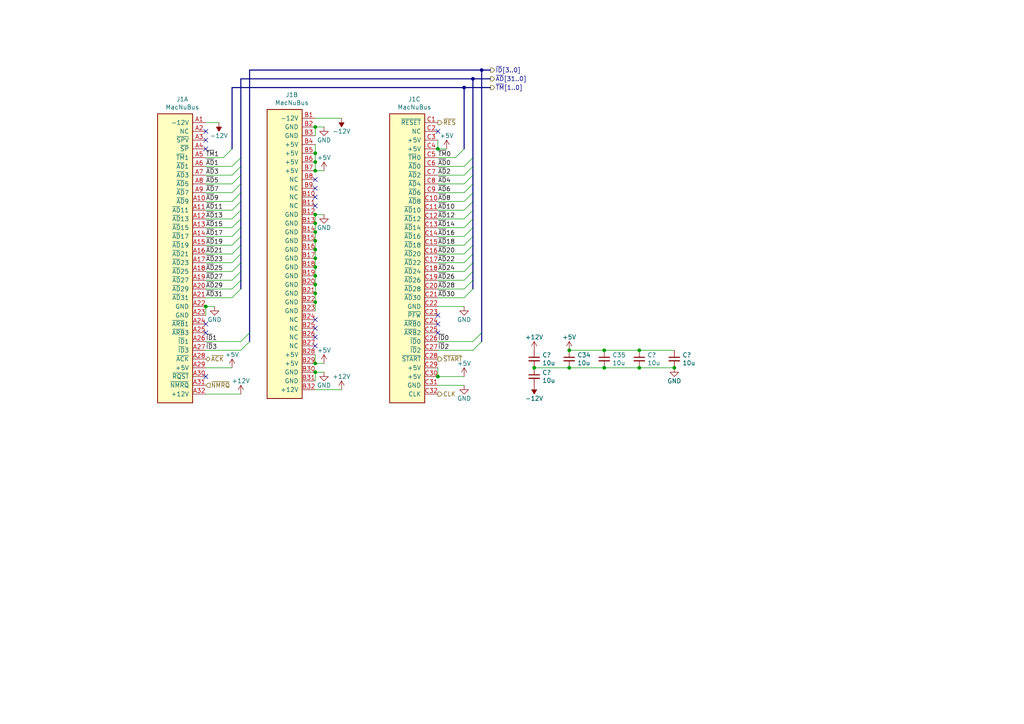
<source format=kicad_sch>
(kicad_sch (version 20211123) (generator eeschema)
  (paper "A4")
  (title_block (title "NuBus-ESP32") (date "2022-05-04") (rev "0.2") (company "Garrett's Workshop"))
  (lib_symbols
    (symbol "Device:C_Small" (pin_numbers hide) (pin_names (offset 0.254) hide)
      (property "Reference" "C" (at 0.254 1.778 0))
      (property "Value" "C_Small" (at 0.254 -2.032 0))
      (symbol "C_Small_0_1"
        (polyline (pts (xy -1.524 -0.508) (xy 1.524 -0.508)) (stroke (width 0.3302)))
        (polyline (pts (xy -1.524 0.508) (xy 1.524 0.508)) (stroke (width 0.3048)))
      )
      (symbol "C_Small_1_1"
        (pin passive line (at 0 2.54 270) (length 2.032) (name "~") (number "1"))
        (pin passive line (at 0 -2.54 90) (length 2.032) (name "~") (number "2"))
      )
    )
    (symbol "GW_Connector:MacNuBus" (pin_names (offset 1.016))
      (property "Reference" "J" (at 0 45.72 0))
      (property "Value" "MacNuBus" (at 0 -40.64 0))
      (symbol "MacNuBus_0_1"
        (rectangle (start 0 44.45) (end -10.16 -39.37) (stroke (width 0.254)) (fill (type background)))
      )
      (symbol "MacNuBus_1_1"
        (pin unspecified line (at 3.81 41.91 180) (length 3.81) (name "-12V") (number "A1"))
        (pin unspecified line (at 3.81 19.05 180) (length 3.81) (name "~{AD}9") (number "A10"))
        (pin unspecified line (at 3.81 16.51 180) (length 3.81) (name "~{AD}11") (number "A11"))
        (pin unspecified line (at 3.81 13.97 180) (length 3.81) (name "~{AD}13") (number "A12"))
        (pin unspecified line (at 3.81 11.43 180) (length 3.81) (name "~{AD}15") (number "A13"))
        (pin unspecified line (at 3.81 8.89 180) (length 3.81) (name "~{AD}17") (number "A14"))
        (pin unspecified line (at 3.81 6.35 180) (length 3.81) (name "~{AD}19") (number "A15"))
        (pin unspecified line (at 3.81 3.81 180) (length 3.81) (name "~{AD}21") (number "A16"))
        (pin unspecified line (at 3.81 1.27 180) (length 3.81) (name "~{AD}23") (number "A17"))
        (pin unspecified line (at 3.81 -1.27 180) (length 3.81) (name "~{AD}25") (number "A18"))
        (pin unspecified line (at 3.81 -3.81 180) (length 3.81) (name "~{AD}27") (number "A19"))
        (pin unspecified line (at 3.81 39.37 180) (length 3.81) (name "NC") (number "A2"))
        (pin unspecified line (at 3.81 -6.35 180) (length 3.81) (name "~{AD}29") (number "A20"))
        (pin unspecified line (at 3.81 -8.89 180) (length 3.81) (name "~{AD}31") (number "A21"))
        (pin unspecified line (at 3.81 -11.43 180) (length 3.81) (name "GND") (number "A22"))
        (pin unspecified line (at 3.81 -13.97 180) (length 3.81) (name "GND") (number "A23"))
        (pin unspecified line (at 3.81 -16.51 180) (length 3.81) (name "~{ARB}1") (number "A24"))
        (pin unspecified line (at 3.81 -19.05 180) (length 3.81) (name "~{ARB}3") (number "A25"))
        (pin unspecified line (at 3.81 -21.59 180) (length 3.81) (name "~{ID}1") (number "A26"))
        (pin unspecified line (at 3.81 -24.13 180) (length 3.81) (name "~{ID}3") (number "A27"))
        (pin unspecified line (at 3.81 -26.67 180) (length 3.81) (name "~{ACK}") (number "A28"))
        (pin unspecified line (at 3.81 -29.21 180) (length 3.81) (name "+5V") (number "A29"))
        (pin unspecified line (at 3.81 36.83 180) (length 3.81) (name "~{SPV}") (number "A3"))
        (pin unspecified line (at 3.81 -31.75 180) (length 3.81) (name "~{RQST}") (number "A30"))
        (pin unspecified line (at 3.81 -34.29 180) (length 3.81) (name "~{NMRQ}") (number "A31"))
        (pin unspecified line (at 3.81 -36.83 180) (length 3.81) (name "+12V") (number "A32"))
        (pin unspecified line (at 3.81 34.29 180) (length 3.81) (name "~{SP}") (number "A4"))
        (pin unspecified line (at 3.81 31.75 180) (length 3.81) (name "~{TM}1") (number "A5"))
        (pin unspecified line (at 3.81 29.21 180) (length 3.81) (name "~{AD}1") (number "A6"))
        (pin unspecified line (at 3.81 26.67 180) (length 3.81) (name "~{AD}3") (number "A7"))
        (pin unspecified line (at 3.81 24.13 180) (length 3.81) (name "~{AD}5") (number "A8"))
        (pin unspecified line (at 3.81 21.59 180) (length 3.81) (name "~{AD}7") (number "A9"))
      )
      (symbol "MacNuBus_2_1"
        (pin unspecified line (at 3.81 41.91 180) (length 3.81) (name "-12V") (number "B1"))
        (pin unspecified line (at 3.81 19.05 180) (length 3.81) (name "NC") (number "B10"))
        (pin unspecified line (at 3.81 16.51 180) (length 3.81) (name "NC") (number "B11"))
        (pin unspecified line (at 3.81 13.97 180) (length 3.81) (name "GND") (number "B12"))
        (pin unspecified line (at 3.81 11.43 180) (length 3.81) (name "GND") (number "B13"))
        (pin unspecified line (at 3.81 8.89 180) (length 3.81) (name "GND") (number "B14"))
        (pin unspecified line (at 3.81 6.35 180) (length 3.81) (name "GND") (number "B15"))
        (pin unspecified line (at 3.81 3.81 180) (length 3.81) (name "GND") (number "B16"))
        (pin unspecified line (at 3.81 1.27 180) (length 3.81) (name "GND") (number "B17"))
        (pin unspecified line (at 3.81 -1.27 180) (length 3.81) (name "GND") (number "B18"))
        (pin unspecified line (at 3.81 -3.81 180) (length 3.81) (name "GND") (number "B19"))
        (pin unspecified line (at 3.81 39.37 180) (length 3.81) (name "GND") (number "B2"))
        (pin unspecified line (at 3.81 -6.35 180) (length 3.81) (name "GND") (number "B20"))
        (pin unspecified line (at 3.81 -8.89 180) (length 3.81) (name "GND") (number "B21"))
        (pin unspecified line (at 3.81 -11.43 180) (length 3.81) (name "GND") (number "B22"))
        (pin unspecified line (at 3.81 -13.97 180) (length 3.81) (name "GND") (number "B23"))
        (pin unspecified line (at 3.81 -16.51 180) (length 3.81) (name "NC") (number "B24"))
        (pin unspecified line (at 3.81 -19.05 180) (length 3.81) (name "NC") (number "B25"))
        (pin unspecified line (at 3.81 -21.59 180) (length 3.81) (name "NC") (number "B26"))
        (pin unspecified line (at 3.81 -24.13 180) (length 3.81) (name "NC") (number "B27"))
        (pin unspecified line (at 3.81 -26.67 180) (length 3.81) (name "+5V") (number "B28"))
        (pin unspecified line (at 3.81 -29.21 180) (length 3.81) (name "+5V") (number "B29"))
        (pin unspecified line (at 3.81 36.83 180) (length 3.81) (name "GND") (number "B3"))
        (pin unspecified line (at 3.81 -31.75 180) (length 3.81) (name "GND") (number "B30"))
        (pin unspecified line (at 3.81 -34.29 180) (length 3.81) (name "GND") (number "B31"))
        (pin unspecified line (at 3.81 -36.83 180) (length 3.81) (name "+12V") (number "B32"))
        (pin unspecified line (at 3.81 34.29 180) (length 3.81) (name "+5V") (number "B4"))
        (pin unspecified line (at 3.81 31.75 180) (length 3.81) (name "+5V") (number "B5"))
        (pin unspecified line (at 3.81 29.21 180) (length 3.81) (name "+5V") (number "B6"))
        (pin unspecified line (at 3.81 26.67 180) (length 3.81) (name "+5V") (number "B7"))
        (pin unspecified line (at 3.81 24.13 180) (length 3.81) (name "NC") (number "B8"))
        (pin unspecified line (at 3.81 21.59 180) (length 3.81) (name "NC") (number "B9"))
      )
      (symbol "MacNuBus_3_1"
        (pin unspecified line (at 3.81 41.91 180) (length 3.81) (name "~{RESET}") (number "C1"))
        (pin unspecified line (at 3.81 19.05 180) (length 3.81) (name "~{AD}8") (number "C10"))
        (pin unspecified line (at 3.81 16.51 180) (length 3.81) (name "~{AD}10") (number "C11"))
        (pin unspecified line (at 3.81 13.97 180) (length 3.81) (name "~{AD}12") (number "C12"))
        (pin unspecified line (at 3.81 11.43 180) (length 3.81) (name "~{AD}14") (number "C13"))
        (pin unspecified line (at 3.81 8.89 180) (length 3.81) (name "~{AD}16") (number "C14"))
        (pin unspecified line (at 3.81 6.35 180) (length 3.81) (name "~{AD}18") (number "C15"))
        (pin unspecified line (at 3.81 3.81 180) (length 3.81) (name "~{AD}20") (number "C16"))
        (pin unspecified line (at 3.81 1.27 180) (length 3.81) (name "~{AD}22") (number "C17"))
        (pin unspecified line (at 3.81 -1.27 180) (length 3.81) (name "~{AD}24") (number "C18"))
        (pin unspecified line (at 3.81 -3.81 180) (length 3.81) (name "~{AD}26") (number "C19"))
        (pin unspecified line (at 3.81 39.37 180) (length 3.81) (name "NC") (number "C2"))
        (pin unspecified line (at 3.81 -6.35 180) (length 3.81) (name "~{AD}28") (number "C20"))
        (pin unspecified line (at 3.81 -8.89 180) (length 3.81) (name "~{AD}30") (number "C21"))
        (pin unspecified line (at 3.81 -11.43 180) (length 3.81) (name "GND") (number "C22"))
        (pin unspecified line (at 3.81 -13.97 180) (length 3.81) (name "~{PFW}") (number "C23"))
        (pin unspecified line (at 3.81 -16.51 180) (length 3.81) (name "~{ARB}0") (number "C24"))
        (pin unspecified line (at 3.81 -19.05 180) (length 3.81) (name "~{ARB}2") (number "C25"))
        (pin unspecified line (at 3.81 -21.59 180) (length 3.81) (name "~{ID}0") (number "C26"))
        (pin unspecified line (at 3.81 -24.13 180) (length 3.81) (name "~{ID}2") (number "C27"))
        (pin unspecified line (at 3.81 -26.67 180) (length 3.81) (name "~{START}") (number "C28"))
        (pin unspecified line (at 3.81 -29.21 180) (length 3.81) (name "+5V") (number "C29"))
        (pin unspecified line (at 3.81 36.83 180) (length 3.81) (name "+5V") (number "C3"))
        (pin unspecified line (at 3.81 -31.75 180) (length 3.81) (name "+5V") (number "C30"))
        (pin unspecified line (at 3.81 -34.29 180) (length 3.81) (name "GND") (number "C31"))
        (pin unspecified line (at 3.81 -36.83 180) (length 3.81) (name "CLK") (number "C32"))
        (pin unspecified line (at 3.81 34.29 180) (length 3.81) (name "+5V") (number "C4"))
        (pin unspecified line (at 3.81 31.75 180) (length 3.81) (name "~{TM}0") (number "C5"))
        (pin unspecified line (at 3.81 29.21 180) (length 3.81) (name "~{AD}0") (number "C6"))
        (pin unspecified line (at 3.81 26.67 180) (length 3.81) (name "~{AD}2") (number "C7"))
        (pin unspecified line (at 3.81 24.13 180) (length 3.81) (name "~{AD}4") (number "C8"))
        (pin unspecified line (at 3.81 21.59 180) (length 3.81) (name "~{AD}6") (number "C9"))
      )
    )
    (symbol "power:+12V" (power) (pin_names (offset 0))
      (property "Value" "+12V" (at 0 3.556 0))
      (symbol "+12V_0_1"
        (polyline (pts (xy -0.762 1.27) (xy 0 2.54)))
        (polyline (pts (xy 0 0) (xy 0 2.54)))
        (polyline (pts (xy 0 2.54) (xy 0.762 1.27)))
      )
      (symbol "+12V_1_1"
        (pin power_in line (at 0 0 90) (length 0) hide (name "+12V") (number "1"))
      )
    )
    (symbol "power:+5V" (power) (pin_names (offset 0))
      (property "Value" "+5V" (at 0 3.556 0))
      (symbol "+5V_0_1"
        (polyline (pts (xy -0.762 1.27) (xy 0 2.54)))
        (polyline (pts (xy 0 0) (xy 0 2.54)))
        (polyline (pts (xy 0 2.54) (xy 0.762 1.27)))
      )
      (symbol "+5V_1_1"
        (pin power_in line (at 0 0 90) (length 0) hide (name "+5V") (number "1"))
      )
    )
    (symbol "power:-12V" (power) (pin_names (offset 0))
      (property "Value" "-12V" (at 0 3.81 0))
      (symbol "-12V_0_0"
        (pin power_in line (at 0 0 90) (length 0) hide (name "-12V") (number "1"))
      )
      (symbol "-12V_0_1"
        (polyline (pts (xy 0 0) (xy 0 1.27) (xy 0.762 1.27) (xy 0 2.54) (xy -0.762 1.27) (xy 0 1.27)) (fill (type outline)))
      )
    )
    (symbol "power:GND" (power) (pin_names (offset 0))
      (property "Value" "GND" (at 0 -3.81 0))
      (symbol "GND_0_1"
        (polyline (pts (xy 0 0) (xy 0 -1.27) (xy 1.27 -1.27) (xy 0 -2.54) (xy -1.27 -1.27) (xy 0 -1.27)))
      )
      (symbol "GND_1_1"
        (pin power_in line (at 0 0 270) (length 0) hide (name "GND") (number "1"))
      )
    )
  )
  (junction (at 195.58 106.68))
  (junction (at 91.44 72.39))
  (junction (at 154.94 106.68))
  (junction (at 91.44 82.55))
  (junction (at 134.62 25.4))
  (junction (at 127 109.22))
  (junction (at 137.16 22.86))
  (junction (at 91.44 74.93))
  (junction (at 175.26 106.68))
  (junction (at 91.44 44.45))
  (junction (at 91.44 69.85))
  (junction (at 91.44 105.41))
  (junction (at 139.7 20.32))
  (junction (at 185.42 101.6))
  (junction (at 59.69 88.9))
  (junction (at 91.44 36.83))
  (junction (at 91.44 49.53))
  (junction (at 91.44 80.01))
  (junction (at 165.1 106.68))
  (junction (at 91.44 87.63))
  (junction (at 91.44 77.47))
  (junction (at 185.42 106.68))
  (junction (at 165.1 101.6))
  (junction (at 91.44 64.77))
  (junction (at 175.26 101.6))
  (junction (at 127 43.18))
  (junction (at 91.44 67.31))
  (junction (at 91.44 62.23))
  (junction (at 91.44 85.09))
  (junction (at 91.44 107.95))
  (junction (at 91.44 46.99))
  (no_connect (at 91.44 57.15))
  (no_connect (at 91.44 52.07))
  (no_connect (at 91.44 95.25))
  (no_connect (at 91.44 100.33))
  (no_connect (at 91.44 54.61))
  (no_connect (at 127 91.44))
  (no_connect (at 59.69 40.64))
  (no_connect (at 59.69 38.1))
  (no_connect (at 59.69 109.22))
  (no_connect (at 91.44 97.79))
  (no_connect (at 59.69 96.52))
  (no_connect (at 91.44 59.69))
  (no_connect (at 127 38.1))
  (no_connect (at 127 93.98))
  (no_connect (at 127 96.52))
  (no_connect (at 59.69 93.98))
  (no_connect (at 91.44 92.71))
  (no_connect (at 59.69 43.18))
  (bus_entry (at 67.31 81.28) (size 2.54 -2.54))
  (bus_entry (at 134.62 81.28) (size 2.54 -2.54))
  (bus_entry (at 134.62 78.74) (size 2.54 -2.54))
  (bus_entry (at 67.31 78.74) (size 2.54 -2.54))
  (bus_entry (at 132.08 45.72) (size 2.54 -2.54))
  (bus_entry (at 134.62 63.5) (size 2.54 -2.54))
  (bus_entry (at 134.62 71.12) (size 2.54 -2.54))
  (bus_entry (at 67.31 76.2) (size 2.54 -2.54))
  (bus_entry (at 134.62 86.36) (size 2.54 -2.54))
  (bus_entry (at 64.77 45.72) (size 2.54 -2.54))
  (bus_entry (at 67.31 71.12) (size 2.54 -2.54))
  (bus_entry (at 67.31 68.58) (size 2.54 -2.54))
  (bus_entry (at 134.62 55.88) (size 2.54 -2.54))
  (bus_entry (at 134.62 76.2) (size 2.54 -2.54))
  (bus_entry (at 134.62 50.8) (size 2.54 -2.54))
  (bus_entry (at 67.31 48.26) (size 2.54 -2.54))
  (bus_entry (at 137.16 99.06) (size 2.54 -2.54))
  (bus_entry (at 134.62 68.58) (size 2.54 -2.54))
  (bus_entry (at 67.31 55.88) (size 2.54 -2.54))
  (bus_entry (at 67.31 58.42) (size 2.54 -2.54))
  (bus_entry (at 134.62 66.04) (size 2.54 -2.54))
  (bus_entry (at 134.62 73.66) (size 2.54 -2.54))
  (bus_entry (at 137.16 101.6) (size 2.54 -2.54))
  (bus_entry (at 67.31 86.36) (size 2.54 -2.54))
  (bus_entry (at 67.31 50.8) (size 2.54 -2.54))
  (bus_entry (at 69.85 99.06) (size 2.54 -2.54))
  (bus_entry (at 134.62 60.96) (size 2.54 -2.54))
  (bus_entry (at 67.31 53.34) (size 2.54 -2.54))
  (bus_entry (at 67.31 63.5) (size 2.54 -2.54))
  (bus_entry (at 67.31 66.04) (size 2.54 -2.54))
  (bus_entry (at 67.31 73.66) (size 2.54 -2.54))
  (bus_entry (at 134.62 53.34) (size 2.54 -2.54))
  (bus_entry (at 134.62 83.82) (size 2.54 -2.54))
  (bus_entry (at 134.62 58.42) (size 2.54 -2.54))
  (bus_entry (at 67.31 83.82) (size 2.54 -2.54))
  (bus_entry (at 69.85 101.6) (size 2.54 -2.54))
  (bus_entry (at 67.31 60.96) (size 2.54 -2.54))
  (bus_entry (at 134.62 48.26) (size 2.54 -2.54))
  (wire (pts (xy 91.44 87.63) (xy 91.44 90.17)))
  (wire (pts (xy 59.69 53.34) (xy 67.31 53.34)))
  (wire (pts (xy 127 81.28) (xy 134.62 81.28)))
  (bus (pts (xy 137.16 78.74) (xy 137.16 81.28)))
  (wire (pts (xy 127 101.6) (xy 137.16 101.6)))
  (wire (pts (xy 59.69 99.06) (xy 69.85 99.06)))
  (bus (pts (xy 137.16 58.42) (xy 137.16 60.96)))
  (bus (pts (xy 134.62 25.4) (xy 67.31 25.4)))
  (wire (pts (xy 175.26 106.68) (xy 185.42 106.68)))
  (wire (pts (xy 127 58.42) (xy 134.62 58.42)))
  (wire (pts (xy 91.44 113.03) (xy 99.06 113.03)))
  (wire (pts (xy 91.44 82.55) (xy 91.44 85.09)))
  (wire (pts (xy 127 66.04) (xy 134.62 66.04)))
  (bus (pts (xy 69.85 55.88) (xy 69.85 58.42)))
  (bus (pts (xy 72.39 20.32) (xy 72.39 96.52)))
  (wire (pts (xy 127 40.64) (xy 127 43.18)))
  (wire (pts (xy 91.44 72.39) (xy 91.44 74.93)))
  (bus (pts (xy 69.85 60.96) (xy 69.85 63.5)))
  (wire (pts (xy 59.69 83.82) (xy 67.31 83.82)))
  (bus (pts (xy 137.16 68.58) (xy 137.16 71.12)))
  (bus (pts (xy 137.16 60.96) (xy 137.16 63.5)))
  (wire (pts (xy 59.69 50.8) (xy 67.31 50.8)))
  (wire (pts (xy 59.69 60.96) (xy 67.31 60.96)))
  (bus (pts (xy 69.85 22.86) (xy 137.16 22.86)))
  (wire (pts (xy 59.69 63.5) (xy 67.31 63.5)))
  (bus (pts (xy 69.85 68.58) (xy 69.85 71.12)))
  (wire (pts (xy 59.69 66.04) (xy 67.31 66.04)))
  (wire (pts (xy 59.69 76.2) (xy 67.31 76.2)))
  (bus (pts (xy 137.16 66.04) (xy 137.16 68.58)))
  (bus (pts (xy 69.85 73.66) (xy 69.85 76.2)))
  (wire (pts (xy 59.69 81.28) (xy 67.31 81.28)))
  (wire (pts (xy 93.98 107.95) (xy 91.44 107.95)))
  (bus (pts (xy 139.7 20.32) (xy 139.7 96.52)))
  (bus (pts (xy 69.85 45.72) (xy 69.85 48.26)))
  (wire (pts (xy 91.44 36.83) (xy 91.44 39.37)))
  (bus (pts (xy 137.16 50.8) (xy 137.16 53.34)))
  (wire (pts (xy 91.44 46.99) (xy 91.44 44.45)))
  (bus (pts (xy 69.85 66.04) (xy 69.85 68.58)))
  (wire (pts (xy 91.44 62.23) (xy 91.44 64.77)))
  (wire (pts (xy 165.1 106.68) (xy 175.26 106.68)))
  (wire (pts (xy 59.69 101.6) (xy 69.85 101.6)))
  (wire (pts (xy 127 48.26) (xy 134.62 48.26)))
  (wire (pts (xy 91.44 49.53) (xy 91.44 46.99)))
  (wire (pts (xy 175.26 101.6) (xy 165.1 101.6)))
  (bus (pts (xy 137.16 45.72) (xy 137.16 48.26)))
  (wire (pts (xy 91.44 77.47) (xy 91.44 80.01)))
  (wire (pts (xy 59.69 114.3) (xy 69.85 114.3)))
  (bus (pts (xy 69.85 71.12) (xy 69.85 73.66)))
  (wire (pts (xy 127 45.72) (xy 132.08 45.72)))
  (wire (pts (xy 185.42 101.6) (xy 175.26 101.6)))
  (bus (pts (xy 134.62 25.4) (xy 142.24 25.4)))
  (wire (pts (xy 154.94 106.68) (xy 165.1 106.68)))
  (wire (pts (xy 127 73.66) (xy 134.62 73.66)))
  (bus (pts (xy 69.85 81.28) (xy 69.85 83.82)))
  (wire (pts (xy 195.58 101.6) (xy 185.42 101.6)))
  (wire (pts (xy 127 76.2) (xy 134.62 76.2)))
  (bus (pts (xy 137.16 55.88) (xy 137.16 58.42)))
  (wire (pts (xy 127 78.74) (xy 134.62 78.74)))
  (bus (pts (xy 69.85 50.8) (xy 69.85 53.34)))
  (wire (pts (xy 91.44 34.29) (xy 99.06 34.29)))
  (wire (pts (xy 59.69 55.88) (xy 67.31 55.88)))
  (bus (pts (xy 137.16 22.86) (xy 142.24 22.86)))
  (wire (pts (xy 91.44 110.49) (xy 91.44 107.95)))
  (bus (pts (xy 69.85 22.86) (xy 69.85 45.72)))
  (bus (pts (xy 137.16 81.28) (xy 137.16 83.82)))
  (bus (pts (xy 137.16 22.86) (xy 137.16 45.72)))
  (bus (pts (xy 139.7 20.32) (xy 72.39 20.32)))
  (wire (pts (xy 129.54 43.18) (xy 127 43.18)))
  (wire (pts (xy 59.69 68.58) (xy 67.31 68.58)))
  (wire (pts (xy 91.44 74.93) (xy 91.44 77.47)))
  (wire (pts (xy 59.69 91.44) (xy 59.69 88.9)))
  (wire (pts (xy 59.69 86.36) (xy 67.31 86.36)))
  (bus (pts (xy 69.85 53.34) (xy 69.85 55.88)))
  (bus (pts (xy 137.16 76.2) (xy 137.16 78.74)))
  (wire (pts (xy 127 63.5) (xy 134.62 63.5)))
  (bus (pts (xy 69.85 78.74) (xy 69.85 81.28)))
  (wire (pts (xy 62.23 88.9) (xy 59.69 88.9)))
  (bus (pts (xy 134.62 43.18) (xy 134.62 25.4)))
  (wire (pts (xy 93.98 105.41) (xy 91.44 105.41)))
  (bus (pts (xy 69.85 58.42) (xy 69.85 60.96)))
  (wire (pts (xy 59.69 45.72) (xy 64.77 45.72)))
  (wire (pts (xy 59.69 71.12) (xy 67.31 71.12)))
  (wire (pts (xy 59.69 48.26) (xy 67.31 48.26)))
  (bus (pts (xy 137.16 48.26) (xy 137.16 50.8)))
  (wire (pts (xy 127 83.82) (xy 134.62 83.82)))
  (wire (pts (xy 93.98 36.83) (xy 91.44 36.83)))
  (wire (pts (xy 93.98 62.23) (xy 91.44 62.23)))
  (wire (pts (xy 127 50.8) (xy 134.62 50.8)))
  (wire (pts (xy 127 55.88) (xy 134.62 55.88)))
  (wire (pts (xy 59.69 73.66) (xy 67.31 73.66)))
  (bus (pts (xy 137.16 73.66) (xy 137.16 76.2)))
  (wire (pts (xy 59.69 78.74) (xy 67.31 78.74)))
  (wire (pts (xy 127 99.06) (xy 137.16 99.06)))
  (bus (pts (xy 69.85 48.26) (xy 69.85 50.8)))
  (wire (pts (xy 185.42 106.68) (xy 195.58 106.68)))
  (wire (pts (xy 127 109.22) (xy 134.62 109.22)))
  (wire (pts (xy 127 86.36) (xy 134.62 86.36)))
  (wire (pts (xy 91.44 44.45) (xy 91.44 41.91)))
  (wire (pts (xy 59.69 58.42) (xy 67.31 58.42)))
  (bus (pts (xy 137.16 53.34) (xy 137.16 55.88)))
  (bus (pts (xy 72.39 96.52) (xy 72.39 99.06)))
  (wire (pts (xy 91.44 64.77) (xy 91.44 67.31)))
  (bus (pts (xy 69.85 63.5) (xy 69.85 66.04)))
  (bus (pts (xy 137.16 71.12) (xy 137.16 73.66)))
  (wire (pts (xy 91.44 105.41) (xy 91.44 102.87)))
  (bus (pts (xy 67.31 25.4) (xy 67.31 43.18)))
  (wire (pts (xy 127 68.58) (xy 134.62 68.58)))
  (wire (pts (xy 93.98 49.53) (xy 91.44 49.53)))
  (bus (pts (xy 69.85 76.2) (xy 69.85 78.74)))
  (wire (pts (xy 91.44 67.31) (xy 91.44 69.85)))
  (wire (pts (xy 91.44 69.85) (xy 91.44 72.39)))
  (wire (pts (xy 91.44 85.09) (xy 91.44 87.63)))
  (wire (pts (xy 127 53.34) (xy 134.62 53.34)))
  (wire (pts (xy 59.69 35.56) (xy 63.5 35.56)))
  (wire (pts (xy 127 109.22) (xy 127 106.68)))
  (bus (pts (xy 137.16 63.5) (xy 137.16 66.04)))
  (wire (pts (xy 59.69 106.68) (xy 67.31 106.68)))
  (wire (pts (xy 127 88.9) (xy 134.62 88.9)))
  (wire (pts (xy 91.44 80.01) (xy 91.44 82.55)))
  (wire (pts (xy 127 111.76) (xy 134.62 111.76)))
  (bus (pts (xy 139.7 96.52) (xy 139.7 99.06)))
  (wire (pts (xy 127 60.96) (xy 134.62 60.96)))
  (wire (pts (xy 127 71.12) (xy 134.62 71.12)))
  (bus (pts (xy 139.7 20.32) (xy 142.24 20.32)))
  (label "~{AD}9" (at 59.69 58.42 0))
  (label "~{TM}0" (at 127 45.72 0))
  (label "~{AD}12" (at 127 63.5 0))
  (label "~{AD}17" (at 59.69 68.58 0))
  (label "~{AD}13" (at 59.69 63.5 0))
  (label "~{ID}2" (at 127 101.6 0))
  (label "~{AD}7" (at 59.69 55.88 0))
  (label "~{AD}16" (at 127 68.58 0))
  (label "~{AD}21" (at 59.69 73.66 0))
  (label "~{AD}22" (at 127 76.2 0))
  (label "~{AD}4" (at 127 53.34 0))
  (label "~{AD}15" (at 59.69 66.04 0))
  (label "~{ID}1" (at 59.69 99.06 0))
  (label "~{AD}1" (at 59.69 48.26 0))
  (label "~{AD}2" (at 127 50.8 0))
  (label "~{AD}18" (at 127 71.12 0))
  (label "~{AD}24" (at 127 78.74 0))
  (label "~{AD}27" (at 59.69 81.28 0))
  (label "~{AD}30" (at 127 86.36 0))
  (label "~{AD}5" (at 59.69 53.34 0))
  (label "~{AD}6" (at 127 55.88 0))
  (label "~{AD}8" (at 127 58.42 0))
  (label "~{ID}0" (at 127 99.06 0))
  (label "~{AD}3" (at 59.69 50.8 0))
  (label "~{AD}31" (at 59.69 86.36 0))
  (label "~{AD}25" (at 59.69 78.74 0))
  (label "~{AD}0" (at 127 48.26 0))
  (label "~{AD}26" (at 127 81.28 0))
  (label "~{AD}10" (at 127 60.96 0))
  (label "~{AD}20" (at 127 73.66 0))
  (label "~{AD}19" (at 59.69 71.12 0))
  (label "~{AD}11" (at 59.69 60.96 0))
  (label "~{AD}23" (at 59.69 76.2 0))
  (label "~{AD}14" (at 127 66.04 0))
  (label "~{AD}28" (at 127 83.82 0))
  (label "~{ID}3" (at 59.69 101.6 0))
  (label "~{AD}29" (at 59.69 83.82 0))
  (label "~{TM}1" (at 59.69 45.72 0))
  (hierarchical_label "~{ID}[3..0]" (shape output) (at 142.24 20.32 0))
  (hierarchical_label "~{NMRQ}" (shape input) (at 59.69 111.76 0))
  (hierarchical_label "~{TM}[1..0]" (shape output) (at 142.24 25.4 0))
  (hierarchical_label "~{ACK}" (shape bidirectional) (at 59.69 104.14 0))
  (hierarchical_label "~{AD}[31..0]" (shape output) (at 142.24 22.86 0))
  (hierarchical_label "~{START}" (shape output) (at 127 104.14 0))
  (hierarchical_label "CLK" (shape output) (at 127 114.3 0))
  (hierarchical_label "~{RES}" (shape output) (at 127 35.56 0))
  (symbol (lib_id "Device:C_Small") (at 175.26 104.14 0) (mirror y) (unit 1)
    (property "Reference" "C35" (at 177.5968 102.9716 0) (effects (justify right)))
    (property "Value" "10u" (at 177.5968 105.283 0) (effects (justify right)))
    (property "Footprint" "stdpads:C_0805" (effects hide))
    (property "LCSC Part" "C15850" (effects hide))
  )
  (symbol (lib_id "Device:C_Small") (at 165.1 104.14 0) (mirror y) (unit 1)
    (property "Reference" "C34" (at 167.4368 102.9716 0) (effects (justify right)))
    (property "Value" "10u" (at 167.4368 105.283 0) (effects (justify right)))
    (property "Footprint" "stdpads:C_0805" (effects hide))
    (property "LCSC Part" "C15850" (effects hide))
  )
  (symbol (lib_id "power:+5V") (at 165.1 101.6 0) (unit 1)
    (property "Reference" "#PWR0206" (effects hide))
    (property "Value" "+5V" (at 165.1 97.79 0))
  )
  (symbol (lib_id "GW_Connector:MacNuBus") (at 55.88 77.47 0) (unit 1)
    (property "Reference" "J1" (at 52.8828 28.7782 0))
    (property "Value" "MacNuBus" (at 52.8828 31.0896 0))
    (property "Footprint" "stdpads:DIN41612_R_3x32_Male_Horizontal_THT" (effects hide))
  )
  (symbol (lib_id "GW_Connector:MacNuBus") (at 87.63 76.2 0) (unit 2)
    (property "Reference" "J1" (at 84.6328 27.5082 0))
    (property "Value" "MacNuBus" (at 84.6328 29.8196 0))
    (property "Footprint" "stdpads:DIN41612_R_3x32_Male_Horizontal_THT" (effects hide))
  )
  (symbol (lib_id "GW_Connector:MacNuBus") (at 123.19 77.47 0) (unit 3)
    (property "Reference" "J1" (at 120.1928 28.7782 0))
    (property "Value" "MacNuBus" (at 120.1928 31.0896 0))
    (property "Footprint" "stdpads:DIN41612_R_3x32_Male_Horizontal_THT" (effects hide))
  )
  (symbol (lib_id "power:GND") (at 62.23 88.9 0) (unit 1)
    (property "Reference" "#PWR0129" (effects hide))
    (property "Value" "GND" (at 62.23 92.71 0))
  )
  (symbol (lib_id "power:GND") (at 93.98 62.23 0) (unit 1)
    (property "Reference" "#PWR0130" (effects hide))
    (property "Value" "GND" (at 93.98 66.04 0))
  )
  (symbol (lib_id "power:GND") (at 93.98 107.95 0) (unit 1)
    (property "Reference" "#PWR0131" (effects hide))
    (property "Value" "GND" (at 93.98 111.76 0))
  )
  (symbol (lib_id "power:+5V") (at 93.98 105.41 0) (unit 1)
    (property "Reference" "#PWR0132" (effects hide))
    (property "Value" "+5V" (at 93.98 101.6 0))
  )
  (symbol (lib_id "power:GND") (at 134.62 111.76 0) (unit 1)
    (property "Reference" "#PWR0142" (effects hide))
    (property "Value" "GND" (at 134.62 115.57 0))
  )
  (symbol (lib_id "power:+5V") (at 134.62 109.22 0) (unit 1)
    (property "Reference" "#PWR0141" (effects hide))
    (property "Value" "+5V" (at 134.62 105.41 0))
  )
  (symbol (lib_id "power:GND") (at 134.62 88.9 0) (unit 1)
    (property "Reference" "#PWR0140" (effects hide))
    (property "Value" "GND" (at 134.62 92.71 0))
  )
  (symbol (lib_id "power:+5V") (at 67.31 106.68 0) (unit 1)
    (property "Reference" "#PWR0133" (effects hide))
    (property "Value" "+5V" (at 67.31 102.87 0))
  )
  (symbol (lib_id "power:+5V") (at 93.98 49.53 0) (unit 1)
    (property "Reference" "#PWR0134" (effects hide))
    (property "Value" "+5V" (at 93.98 45.72 0))
  )
  (symbol (lib_id "power:GND") (at 93.98 36.83 0) (unit 1)
    (property "Reference" "#PWR0135" (effects hide))
    (property "Value" "GND" (at 93.98 40.64 0))
  )
  (symbol (lib_id "power:+5V") (at 129.54 43.18 0) (unit 1)
    (property "Reference" "#PWR0136" (effects hide))
    (property "Value" "+5V" (at 129.54 39.37 0))
  )
  (symbol (lib_id "Device:C_Small") (at 185.42 104.14 0) (mirror y) (unit 1)
    (property "Reference" "C?" (at 187.7568 102.9716 0) (effects (justify right)))
    (property "Value" "10u" (at 187.7568 105.283 0) (effects (justify right)))
    (property "Footprint" "stdpads:C_0805" (effects hide))
    (property "LCSC Part" "C15850" (effects hide))
  )
  (symbol (lib_id "power:-12V") (at 99.06 34.29 180) (unit 1)
    (property "Reference" "#PWR?" (effects hide))
    (property "Value" "-12V" (at 99.06 38.1 0))
  )
  (symbol (lib_id "power:+12V") (at 99.06 113.03 0) (unit 1)
    (property "Reference" "#PWR?" (effects hide))
    (property "Value" "+12V" (at 99.06 109.22 0))
  )
  (symbol (lib_id "power:GND") (at 195.58 106.68 0) (unit 1)
    (property "Reference" "#PWR?" (effects hide))
    (property "Value" "GND" (at 195.58 110.49 0))
  )
  (symbol (lib_id "power:-12V") (at 63.5 35.56 180) (unit 1)
    (property "Reference" "#PWR?" (effects hide))
    (property "Value" "-12V" (at 63.5 39.37 0))
  )
  (symbol (lib_id "Device:C_Small") (at 154.94 109.22 0) (mirror y) (unit 1)
    (property "Reference" "C?" (at 157.2768 108.0516 0) (effects (justify right)))
    (property "Value" "10u" (at 157.2768 110.363 0) (effects (justify right)))
    (property "Footprint" "stdpads:C_0805" (effects hide))
    (property "LCSC Part" "C15850" (effects hide))
  )
  (symbol (lib_id "Device:C_Small") (at 154.94 104.14 0) (mirror y) (unit 1)
    (property "Reference" "C?" (at 157.2768 102.9716 0) (effects (justify right)))
    (property "Value" "10u" (at 157.2768 105.283 0) (effects (justify right)))
    (property "Footprint" "stdpads:C_0805" (effects hide))
    (property "LCSC Part" "C15850" (effects hide))
  )
  (symbol (lib_id "power:+12V") (at 154.94 101.6 0) (unit 1)
    (property "Reference" "#PWR?" (effects hide))
    (property "Value" "+12V" (at 154.94 97.79 0))
  )
  (symbol (lib_id "Device:C_Small") (at 195.58 104.14 0) (mirror y) (unit 1)
    (property "Reference" "C?" (at 197.9168 102.9716 0) (effects (justify right)))
    (property "Value" "10u" (at 197.9168 105.283 0) (effects (justify right)))
    (property "Footprint" "stdpads:C_0805" (effects hide))
    (property "LCSC Part" "C15850" (effects hide))
  )
  (symbol (lib_id "power:+12V") (at 69.85 114.3 0) (unit 1)
    (property "Reference" "#PWR?" (effects hide))
    (property "Value" "+12V" (at 69.85 110.49 0))
  )
  (symbol (lib_id "power:-12V") (at 154.94 111.76 180) (unit 1)
    (property "Reference" "#PWR?" (effects hide))
    (property "Value" "-12V" (at 154.94 115.57 0))
  )
)
</source>
